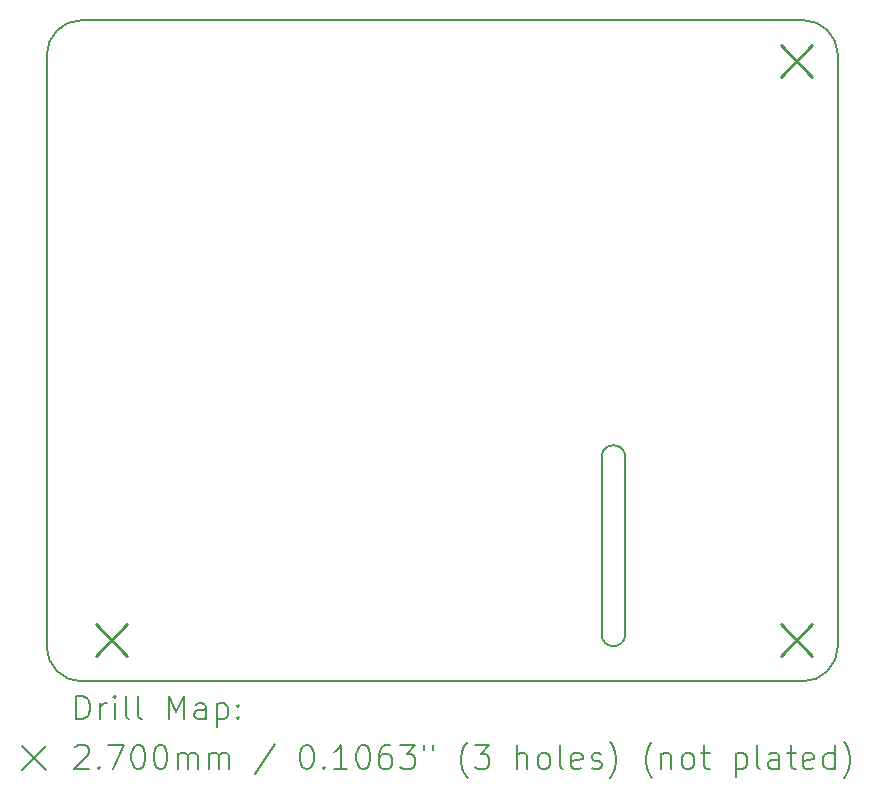
<source format=gbr>
%TF.GenerationSoftware,KiCad,Pcbnew,9.0.2*%
%TF.CreationDate,2025-10-25T21:33:29-05:00*%
%TF.ProjectId,telescope_driver,74656c65-7363-46f7-9065-5f6472697665,rev?*%
%TF.SameCoordinates,Original*%
%TF.FileFunction,Drillmap*%
%TF.FilePolarity,Positive*%
%FSLAX45Y45*%
G04 Gerber Fmt 4.5, Leading zero omitted, Abs format (unit mm)*
G04 Created by KiCad (PCBNEW 9.0.2) date 2025-10-25 21:33:29*
%MOMM*%
%LPD*%
G01*
G04 APERTURE LIST*
%ADD10C,0.160000*%
%ADD11C,0.200000*%
%ADD12C,0.270000*%
G04 APERTURE END LIST*
D10*
X10100000Y-10000000D02*
G75*
G02*
X9800000Y-9700000I0J300000D01*
G01*
X9800000Y-4700000D02*
G75*
G02*
X10100000Y-4400000I300000J0D01*
G01*
X16199329Y-4400000D02*
G75*
G02*
X16500000Y-4694552I3541J-297120D01*
G01*
X16500000Y-9700000D02*
X16500000Y-4694552D01*
X10300000Y-4400000D02*
X10100000Y-4400000D01*
X14700000Y-8100000D02*
X14700000Y-9600000D01*
X14500000Y-9600000D02*
X14500000Y-8100000D01*
X10300000Y-10000000D02*
X16200000Y-10000000D01*
X10300000Y-10000000D02*
X10100000Y-10000000D01*
X14500000Y-8100000D02*
G75*
G02*
X14700000Y-8100000I100000J0D01*
G01*
X9800000Y-9700000D02*
X9800000Y-4700000D01*
X16500000Y-9700000D02*
G75*
G02*
X16200000Y-10000000I-300000J0D01*
G01*
X14700000Y-9600000D02*
G75*
G02*
X14500000Y-9600000I-100000J0D01*
G01*
X16199329Y-4400000D02*
X10300000Y-4400000D01*
D11*
D12*
X10215000Y-9515000D02*
X10485000Y-9785000D01*
X10485000Y-9515000D02*
X10215000Y-9785000D01*
X16015000Y-4615000D02*
X16285000Y-4885000D01*
X16285000Y-4615000D02*
X16015000Y-4885000D01*
X16015000Y-9515000D02*
X16285000Y-9785000D01*
X16285000Y-9515000D02*
X16015000Y-9785000D01*
D11*
X10052777Y-10319484D02*
X10052777Y-10119484D01*
X10052777Y-10119484D02*
X10100396Y-10119484D01*
X10100396Y-10119484D02*
X10128967Y-10129008D01*
X10128967Y-10129008D02*
X10148015Y-10148055D01*
X10148015Y-10148055D02*
X10157539Y-10167103D01*
X10157539Y-10167103D02*
X10167063Y-10205198D01*
X10167063Y-10205198D02*
X10167063Y-10233770D01*
X10167063Y-10233770D02*
X10157539Y-10271865D01*
X10157539Y-10271865D02*
X10148015Y-10290912D01*
X10148015Y-10290912D02*
X10128967Y-10309960D01*
X10128967Y-10309960D02*
X10100396Y-10319484D01*
X10100396Y-10319484D02*
X10052777Y-10319484D01*
X10252777Y-10319484D02*
X10252777Y-10186150D01*
X10252777Y-10224246D02*
X10262301Y-10205198D01*
X10262301Y-10205198D02*
X10271824Y-10195674D01*
X10271824Y-10195674D02*
X10290872Y-10186150D01*
X10290872Y-10186150D02*
X10309920Y-10186150D01*
X10376586Y-10319484D02*
X10376586Y-10186150D01*
X10376586Y-10119484D02*
X10367063Y-10129008D01*
X10367063Y-10129008D02*
X10376586Y-10138531D01*
X10376586Y-10138531D02*
X10386110Y-10129008D01*
X10386110Y-10129008D02*
X10376586Y-10119484D01*
X10376586Y-10119484D02*
X10376586Y-10138531D01*
X10500396Y-10319484D02*
X10481348Y-10309960D01*
X10481348Y-10309960D02*
X10471824Y-10290912D01*
X10471824Y-10290912D02*
X10471824Y-10119484D01*
X10605158Y-10319484D02*
X10586110Y-10309960D01*
X10586110Y-10309960D02*
X10576586Y-10290912D01*
X10576586Y-10290912D02*
X10576586Y-10119484D01*
X10833729Y-10319484D02*
X10833729Y-10119484D01*
X10833729Y-10119484D02*
X10900396Y-10262341D01*
X10900396Y-10262341D02*
X10967063Y-10119484D01*
X10967063Y-10119484D02*
X10967063Y-10319484D01*
X11148015Y-10319484D02*
X11148015Y-10214722D01*
X11148015Y-10214722D02*
X11138491Y-10195674D01*
X11138491Y-10195674D02*
X11119444Y-10186150D01*
X11119444Y-10186150D02*
X11081348Y-10186150D01*
X11081348Y-10186150D02*
X11062301Y-10195674D01*
X11148015Y-10309960D02*
X11128967Y-10319484D01*
X11128967Y-10319484D02*
X11081348Y-10319484D01*
X11081348Y-10319484D02*
X11062301Y-10309960D01*
X11062301Y-10309960D02*
X11052777Y-10290912D01*
X11052777Y-10290912D02*
X11052777Y-10271865D01*
X11052777Y-10271865D02*
X11062301Y-10252817D01*
X11062301Y-10252817D02*
X11081348Y-10243293D01*
X11081348Y-10243293D02*
X11128967Y-10243293D01*
X11128967Y-10243293D02*
X11148015Y-10233770D01*
X11243253Y-10186150D02*
X11243253Y-10386150D01*
X11243253Y-10195674D02*
X11262301Y-10186150D01*
X11262301Y-10186150D02*
X11300396Y-10186150D01*
X11300396Y-10186150D02*
X11319443Y-10195674D01*
X11319443Y-10195674D02*
X11328967Y-10205198D01*
X11328967Y-10205198D02*
X11338491Y-10224246D01*
X11338491Y-10224246D02*
X11338491Y-10281389D01*
X11338491Y-10281389D02*
X11328967Y-10300436D01*
X11328967Y-10300436D02*
X11319443Y-10309960D01*
X11319443Y-10309960D02*
X11300396Y-10319484D01*
X11300396Y-10319484D02*
X11262301Y-10319484D01*
X11262301Y-10319484D02*
X11243253Y-10309960D01*
X11424205Y-10300436D02*
X11433729Y-10309960D01*
X11433729Y-10309960D02*
X11424205Y-10319484D01*
X11424205Y-10319484D02*
X11414682Y-10309960D01*
X11414682Y-10309960D02*
X11424205Y-10300436D01*
X11424205Y-10300436D02*
X11424205Y-10319484D01*
X11424205Y-10195674D02*
X11433729Y-10205198D01*
X11433729Y-10205198D02*
X11424205Y-10214722D01*
X11424205Y-10214722D02*
X11414682Y-10205198D01*
X11414682Y-10205198D02*
X11424205Y-10195674D01*
X11424205Y-10195674D02*
X11424205Y-10214722D01*
X9592000Y-10548000D02*
X9792000Y-10748000D01*
X9792000Y-10548000D02*
X9592000Y-10748000D01*
X10043253Y-10558531D02*
X10052777Y-10549008D01*
X10052777Y-10549008D02*
X10071824Y-10539484D01*
X10071824Y-10539484D02*
X10119444Y-10539484D01*
X10119444Y-10539484D02*
X10138491Y-10549008D01*
X10138491Y-10549008D02*
X10148015Y-10558531D01*
X10148015Y-10558531D02*
X10157539Y-10577579D01*
X10157539Y-10577579D02*
X10157539Y-10596627D01*
X10157539Y-10596627D02*
X10148015Y-10625198D01*
X10148015Y-10625198D02*
X10033729Y-10739484D01*
X10033729Y-10739484D02*
X10157539Y-10739484D01*
X10243253Y-10720436D02*
X10252777Y-10729960D01*
X10252777Y-10729960D02*
X10243253Y-10739484D01*
X10243253Y-10739484D02*
X10233729Y-10729960D01*
X10233729Y-10729960D02*
X10243253Y-10720436D01*
X10243253Y-10720436D02*
X10243253Y-10739484D01*
X10319444Y-10539484D02*
X10452777Y-10539484D01*
X10452777Y-10539484D02*
X10367063Y-10739484D01*
X10567063Y-10539484D02*
X10586110Y-10539484D01*
X10586110Y-10539484D02*
X10605158Y-10549008D01*
X10605158Y-10549008D02*
X10614682Y-10558531D01*
X10614682Y-10558531D02*
X10624205Y-10577579D01*
X10624205Y-10577579D02*
X10633729Y-10615674D01*
X10633729Y-10615674D02*
X10633729Y-10663293D01*
X10633729Y-10663293D02*
X10624205Y-10701389D01*
X10624205Y-10701389D02*
X10614682Y-10720436D01*
X10614682Y-10720436D02*
X10605158Y-10729960D01*
X10605158Y-10729960D02*
X10586110Y-10739484D01*
X10586110Y-10739484D02*
X10567063Y-10739484D01*
X10567063Y-10739484D02*
X10548015Y-10729960D01*
X10548015Y-10729960D02*
X10538491Y-10720436D01*
X10538491Y-10720436D02*
X10528967Y-10701389D01*
X10528967Y-10701389D02*
X10519444Y-10663293D01*
X10519444Y-10663293D02*
X10519444Y-10615674D01*
X10519444Y-10615674D02*
X10528967Y-10577579D01*
X10528967Y-10577579D02*
X10538491Y-10558531D01*
X10538491Y-10558531D02*
X10548015Y-10549008D01*
X10548015Y-10549008D02*
X10567063Y-10539484D01*
X10757539Y-10539484D02*
X10776586Y-10539484D01*
X10776586Y-10539484D02*
X10795634Y-10549008D01*
X10795634Y-10549008D02*
X10805158Y-10558531D01*
X10805158Y-10558531D02*
X10814682Y-10577579D01*
X10814682Y-10577579D02*
X10824205Y-10615674D01*
X10824205Y-10615674D02*
X10824205Y-10663293D01*
X10824205Y-10663293D02*
X10814682Y-10701389D01*
X10814682Y-10701389D02*
X10805158Y-10720436D01*
X10805158Y-10720436D02*
X10795634Y-10729960D01*
X10795634Y-10729960D02*
X10776586Y-10739484D01*
X10776586Y-10739484D02*
X10757539Y-10739484D01*
X10757539Y-10739484D02*
X10738491Y-10729960D01*
X10738491Y-10729960D02*
X10728967Y-10720436D01*
X10728967Y-10720436D02*
X10719444Y-10701389D01*
X10719444Y-10701389D02*
X10709920Y-10663293D01*
X10709920Y-10663293D02*
X10709920Y-10615674D01*
X10709920Y-10615674D02*
X10719444Y-10577579D01*
X10719444Y-10577579D02*
X10728967Y-10558531D01*
X10728967Y-10558531D02*
X10738491Y-10549008D01*
X10738491Y-10549008D02*
X10757539Y-10539484D01*
X10909920Y-10739484D02*
X10909920Y-10606150D01*
X10909920Y-10625198D02*
X10919444Y-10615674D01*
X10919444Y-10615674D02*
X10938491Y-10606150D01*
X10938491Y-10606150D02*
X10967063Y-10606150D01*
X10967063Y-10606150D02*
X10986110Y-10615674D01*
X10986110Y-10615674D02*
X10995634Y-10634722D01*
X10995634Y-10634722D02*
X10995634Y-10739484D01*
X10995634Y-10634722D02*
X11005158Y-10615674D01*
X11005158Y-10615674D02*
X11024205Y-10606150D01*
X11024205Y-10606150D02*
X11052777Y-10606150D01*
X11052777Y-10606150D02*
X11071825Y-10615674D01*
X11071825Y-10615674D02*
X11081348Y-10634722D01*
X11081348Y-10634722D02*
X11081348Y-10739484D01*
X11176586Y-10739484D02*
X11176586Y-10606150D01*
X11176586Y-10625198D02*
X11186110Y-10615674D01*
X11186110Y-10615674D02*
X11205158Y-10606150D01*
X11205158Y-10606150D02*
X11233729Y-10606150D01*
X11233729Y-10606150D02*
X11252777Y-10615674D01*
X11252777Y-10615674D02*
X11262301Y-10634722D01*
X11262301Y-10634722D02*
X11262301Y-10739484D01*
X11262301Y-10634722D02*
X11271824Y-10615674D01*
X11271824Y-10615674D02*
X11290872Y-10606150D01*
X11290872Y-10606150D02*
X11319443Y-10606150D01*
X11319443Y-10606150D02*
X11338491Y-10615674D01*
X11338491Y-10615674D02*
X11348015Y-10634722D01*
X11348015Y-10634722D02*
X11348015Y-10739484D01*
X11738491Y-10529960D02*
X11567063Y-10787103D01*
X11995634Y-10539484D02*
X12014682Y-10539484D01*
X12014682Y-10539484D02*
X12033729Y-10549008D01*
X12033729Y-10549008D02*
X12043253Y-10558531D01*
X12043253Y-10558531D02*
X12052777Y-10577579D01*
X12052777Y-10577579D02*
X12062301Y-10615674D01*
X12062301Y-10615674D02*
X12062301Y-10663293D01*
X12062301Y-10663293D02*
X12052777Y-10701389D01*
X12052777Y-10701389D02*
X12043253Y-10720436D01*
X12043253Y-10720436D02*
X12033729Y-10729960D01*
X12033729Y-10729960D02*
X12014682Y-10739484D01*
X12014682Y-10739484D02*
X11995634Y-10739484D01*
X11995634Y-10739484D02*
X11976586Y-10729960D01*
X11976586Y-10729960D02*
X11967063Y-10720436D01*
X11967063Y-10720436D02*
X11957539Y-10701389D01*
X11957539Y-10701389D02*
X11948015Y-10663293D01*
X11948015Y-10663293D02*
X11948015Y-10615674D01*
X11948015Y-10615674D02*
X11957539Y-10577579D01*
X11957539Y-10577579D02*
X11967063Y-10558531D01*
X11967063Y-10558531D02*
X11976586Y-10549008D01*
X11976586Y-10549008D02*
X11995634Y-10539484D01*
X12148015Y-10720436D02*
X12157539Y-10729960D01*
X12157539Y-10729960D02*
X12148015Y-10739484D01*
X12148015Y-10739484D02*
X12138491Y-10729960D01*
X12138491Y-10729960D02*
X12148015Y-10720436D01*
X12148015Y-10720436D02*
X12148015Y-10739484D01*
X12348015Y-10739484D02*
X12233729Y-10739484D01*
X12290872Y-10739484D02*
X12290872Y-10539484D01*
X12290872Y-10539484D02*
X12271825Y-10568055D01*
X12271825Y-10568055D02*
X12252777Y-10587103D01*
X12252777Y-10587103D02*
X12233729Y-10596627D01*
X12471825Y-10539484D02*
X12490872Y-10539484D01*
X12490872Y-10539484D02*
X12509920Y-10549008D01*
X12509920Y-10549008D02*
X12519444Y-10558531D01*
X12519444Y-10558531D02*
X12528967Y-10577579D01*
X12528967Y-10577579D02*
X12538491Y-10615674D01*
X12538491Y-10615674D02*
X12538491Y-10663293D01*
X12538491Y-10663293D02*
X12528967Y-10701389D01*
X12528967Y-10701389D02*
X12519444Y-10720436D01*
X12519444Y-10720436D02*
X12509920Y-10729960D01*
X12509920Y-10729960D02*
X12490872Y-10739484D01*
X12490872Y-10739484D02*
X12471825Y-10739484D01*
X12471825Y-10739484D02*
X12452777Y-10729960D01*
X12452777Y-10729960D02*
X12443253Y-10720436D01*
X12443253Y-10720436D02*
X12433729Y-10701389D01*
X12433729Y-10701389D02*
X12424206Y-10663293D01*
X12424206Y-10663293D02*
X12424206Y-10615674D01*
X12424206Y-10615674D02*
X12433729Y-10577579D01*
X12433729Y-10577579D02*
X12443253Y-10558531D01*
X12443253Y-10558531D02*
X12452777Y-10549008D01*
X12452777Y-10549008D02*
X12471825Y-10539484D01*
X12709920Y-10539484D02*
X12671825Y-10539484D01*
X12671825Y-10539484D02*
X12652777Y-10549008D01*
X12652777Y-10549008D02*
X12643253Y-10558531D01*
X12643253Y-10558531D02*
X12624206Y-10587103D01*
X12624206Y-10587103D02*
X12614682Y-10625198D01*
X12614682Y-10625198D02*
X12614682Y-10701389D01*
X12614682Y-10701389D02*
X12624206Y-10720436D01*
X12624206Y-10720436D02*
X12633729Y-10729960D01*
X12633729Y-10729960D02*
X12652777Y-10739484D01*
X12652777Y-10739484D02*
X12690872Y-10739484D01*
X12690872Y-10739484D02*
X12709920Y-10729960D01*
X12709920Y-10729960D02*
X12719444Y-10720436D01*
X12719444Y-10720436D02*
X12728967Y-10701389D01*
X12728967Y-10701389D02*
X12728967Y-10653770D01*
X12728967Y-10653770D02*
X12719444Y-10634722D01*
X12719444Y-10634722D02*
X12709920Y-10625198D01*
X12709920Y-10625198D02*
X12690872Y-10615674D01*
X12690872Y-10615674D02*
X12652777Y-10615674D01*
X12652777Y-10615674D02*
X12633729Y-10625198D01*
X12633729Y-10625198D02*
X12624206Y-10634722D01*
X12624206Y-10634722D02*
X12614682Y-10653770D01*
X12795634Y-10539484D02*
X12919444Y-10539484D01*
X12919444Y-10539484D02*
X12852777Y-10615674D01*
X12852777Y-10615674D02*
X12881348Y-10615674D01*
X12881348Y-10615674D02*
X12900396Y-10625198D01*
X12900396Y-10625198D02*
X12909920Y-10634722D01*
X12909920Y-10634722D02*
X12919444Y-10653770D01*
X12919444Y-10653770D02*
X12919444Y-10701389D01*
X12919444Y-10701389D02*
X12909920Y-10720436D01*
X12909920Y-10720436D02*
X12900396Y-10729960D01*
X12900396Y-10729960D02*
X12881348Y-10739484D01*
X12881348Y-10739484D02*
X12824206Y-10739484D01*
X12824206Y-10739484D02*
X12805158Y-10729960D01*
X12805158Y-10729960D02*
X12795634Y-10720436D01*
X12995634Y-10539484D02*
X12995634Y-10577579D01*
X13071825Y-10539484D02*
X13071825Y-10577579D01*
X13367063Y-10815674D02*
X13357539Y-10806150D01*
X13357539Y-10806150D02*
X13338491Y-10777579D01*
X13338491Y-10777579D02*
X13328968Y-10758531D01*
X13328968Y-10758531D02*
X13319444Y-10729960D01*
X13319444Y-10729960D02*
X13309920Y-10682341D01*
X13309920Y-10682341D02*
X13309920Y-10644246D01*
X13309920Y-10644246D02*
X13319444Y-10596627D01*
X13319444Y-10596627D02*
X13328968Y-10568055D01*
X13328968Y-10568055D02*
X13338491Y-10549008D01*
X13338491Y-10549008D02*
X13357539Y-10520436D01*
X13357539Y-10520436D02*
X13367063Y-10510912D01*
X13424206Y-10539484D02*
X13548015Y-10539484D01*
X13548015Y-10539484D02*
X13481348Y-10615674D01*
X13481348Y-10615674D02*
X13509920Y-10615674D01*
X13509920Y-10615674D02*
X13528968Y-10625198D01*
X13528968Y-10625198D02*
X13538491Y-10634722D01*
X13538491Y-10634722D02*
X13548015Y-10653770D01*
X13548015Y-10653770D02*
X13548015Y-10701389D01*
X13548015Y-10701389D02*
X13538491Y-10720436D01*
X13538491Y-10720436D02*
X13528968Y-10729960D01*
X13528968Y-10729960D02*
X13509920Y-10739484D01*
X13509920Y-10739484D02*
X13452777Y-10739484D01*
X13452777Y-10739484D02*
X13433729Y-10729960D01*
X13433729Y-10729960D02*
X13424206Y-10720436D01*
X13786110Y-10739484D02*
X13786110Y-10539484D01*
X13871825Y-10739484D02*
X13871825Y-10634722D01*
X13871825Y-10634722D02*
X13862301Y-10615674D01*
X13862301Y-10615674D02*
X13843253Y-10606150D01*
X13843253Y-10606150D02*
X13814682Y-10606150D01*
X13814682Y-10606150D02*
X13795634Y-10615674D01*
X13795634Y-10615674D02*
X13786110Y-10625198D01*
X13995634Y-10739484D02*
X13976587Y-10729960D01*
X13976587Y-10729960D02*
X13967063Y-10720436D01*
X13967063Y-10720436D02*
X13957539Y-10701389D01*
X13957539Y-10701389D02*
X13957539Y-10644246D01*
X13957539Y-10644246D02*
X13967063Y-10625198D01*
X13967063Y-10625198D02*
X13976587Y-10615674D01*
X13976587Y-10615674D02*
X13995634Y-10606150D01*
X13995634Y-10606150D02*
X14024206Y-10606150D01*
X14024206Y-10606150D02*
X14043253Y-10615674D01*
X14043253Y-10615674D02*
X14052777Y-10625198D01*
X14052777Y-10625198D02*
X14062301Y-10644246D01*
X14062301Y-10644246D02*
X14062301Y-10701389D01*
X14062301Y-10701389D02*
X14052777Y-10720436D01*
X14052777Y-10720436D02*
X14043253Y-10729960D01*
X14043253Y-10729960D02*
X14024206Y-10739484D01*
X14024206Y-10739484D02*
X13995634Y-10739484D01*
X14176587Y-10739484D02*
X14157539Y-10729960D01*
X14157539Y-10729960D02*
X14148015Y-10710912D01*
X14148015Y-10710912D02*
X14148015Y-10539484D01*
X14328968Y-10729960D02*
X14309920Y-10739484D01*
X14309920Y-10739484D02*
X14271825Y-10739484D01*
X14271825Y-10739484D02*
X14252777Y-10729960D01*
X14252777Y-10729960D02*
X14243253Y-10710912D01*
X14243253Y-10710912D02*
X14243253Y-10634722D01*
X14243253Y-10634722D02*
X14252777Y-10615674D01*
X14252777Y-10615674D02*
X14271825Y-10606150D01*
X14271825Y-10606150D02*
X14309920Y-10606150D01*
X14309920Y-10606150D02*
X14328968Y-10615674D01*
X14328968Y-10615674D02*
X14338491Y-10634722D01*
X14338491Y-10634722D02*
X14338491Y-10653770D01*
X14338491Y-10653770D02*
X14243253Y-10672817D01*
X14414682Y-10729960D02*
X14433730Y-10739484D01*
X14433730Y-10739484D02*
X14471825Y-10739484D01*
X14471825Y-10739484D02*
X14490872Y-10729960D01*
X14490872Y-10729960D02*
X14500396Y-10710912D01*
X14500396Y-10710912D02*
X14500396Y-10701389D01*
X14500396Y-10701389D02*
X14490872Y-10682341D01*
X14490872Y-10682341D02*
X14471825Y-10672817D01*
X14471825Y-10672817D02*
X14443253Y-10672817D01*
X14443253Y-10672817D02*
X14424206Y-10663293D01*
X14424206Y-10663293D02*
X14414682Y-10644246D01*
X14414682Y-10644246D02*
X14414682Y-10634722D01*
X14414682Y-10634722D02*
X14424206Y-10615674D01*
X14424206Y-10615674D02*
X14443253Y-10606150D01*
X14443253Y-10606150D02*
X14471825Y-10606150D01*
X14471825Y-10606150D02*
X14490872Y-10615674D01*
X14567063Y-10815674D02*
X14576587Y-10806150D01*
X14576587Y-10806150D02*
X14595634Y-10777579D01*
X14595634Y-10777579D02*
X14605158Y-10758531D01*
X14605158Y-10758531D02*
X14614682Y-10729960D01*
X14614682Y-10729960D02*
X14624206Y-10682341D01*
X14624206Y-10682341D02*
X14624206Y-10644246D01*
X14624206Y-10644246D02*
X14614682Y-10596627D01*
X14614682Y-10596627D02*
X14605158Y-10568055D01*
X14605158Y-10568055D02*
X14595634Y-10549008D01*
X14595634Y-10549008D02*
X14576587Y-10520436D01*
X14576587Y-10520436D02*
X14567063Y-10510912D01*
X14928968Y-10815674D02*
X14919444Y-10806150D01*
X14919444Y-10806150D02*
X14900396Y-10777579D01*
X14900396Y-10777579D02*
X14890872Y-10758531D01*
X14890872Y-10758531D02*
X14881349Y-10729960D01*
X14881349Y-10729960D02*
X14871825Y-10682341D01*
X14871825Y-10682341D02*
X14871825Y-10644246D01*
X14871825Y-10644246D02*
X14881349Y-10596627D01*
X14881349Y-10596627D02*
X14890872Y-10568055D01*
X14890872Y-10568055D02*
X14900396Y-10549008D01*
X14900396Y-10549008D02*
X14919444Y-10520436D01*
X14919444Y-10520436D02*
X14928968Y-10510912D01*
X15005158Y-10606150D02*
X15005158Y-10739484D01*
X15005158Y-10625198D02*
X15014682Y-10615674D01*
X15014682Y-10615674D02*
X15033730Y-10606150D01*
X15033730Y-10606150D02*
X15062301Y-10606150D01*
X15062301Y-10606150D02*
X15081349Y-10615674D01*
X15081349Y-10615674D02*
X15090872Y-10634722D01*
X15090872Y-10634722D02*
X15090872Y-10739484D01*
X15214682Y-10739484D02*
X15195634Y-10729960D01*
X15195634Y-10729960D02*
X15186111Y-10720436D01*
X15186111Y-10720436D02*
X15176587Y-10701389D01*
X15176587Y-10701389D02*
X15176587Y-10644246D01*
X15176587Y-10644246D02*
X15186111Y-10625198D01*
X15186111Y-10625198D02*
X15195634Y-10615674D01*
X15195634Y-10615674D02*
X15214682Y-10606150D01*
X15214682Y-10606150D02*
X15243253Y-10606150D01*
X15243253Y-10606150D02*
X15262301Y-10615674D01*
X15262301Y-10615674D02*
X15271825Y-10625198D01*
X15271825Y-10625198D02*
X15281349Y-10644246D01*
X15281349Y-10644246D02*
X15281349Y-10701389D01*
X15281349Y-10701389D02*
X15271825Y-10720436D01*
X15271825Y-10720436D02*
X15262301Y-10729960D01*
X15262301Y-10729960D02*
X15243253Y-10739484D01*
X15243253Y-10739484D02*
X15214682Y-10739484D01*
X15338492Y-10606150D02*
X15414682Y-10606150D01*
X15367063Y-10539484D02*
X15367063Y-10710912D01*
X15367063Y-10710912D02*
X15376587Y-10729960D01*
X15376587Y-10729960D02*
X15395634Y-10739484D01*
X15395634Y-10739484D02*
X15414682Y-10739484D01*
X15633730Y-10606150D02*
X15633730Y-10806150D01*
X15633730Y-10615674D02*
X15652777Y-10606150D01*
X15652777Y-10606150D02*
X15690873Y-10606150D01*
X15690873Y-10606150D02*
X15709920Y-10615674D01*
X15709920Y-10615674D02*
X15719444Y-10625198D01*
X15719444Y-10625198D02*
X15728968Y-10644246D01*
X15728968Y-10644246D02*
X15728968Y-10701389D01*
X15728968Y-10701389D02*
X15719444Y-10720436D01*
X15719444Y-10720436D02*
X15709920Y-10729960D01*
X15709920Y-10729960D02*
X15690873Y-10739484D01*
X15690873Y-10739484D02*
X15652777Y-10739484D01*
X15652777Y-10739484D02*
X15633730Y-10729960D01*
X15843253Y-10739484D02*
X15824206Y-10729960D01*
X15824206Y-10729960D02*
X15814682Y-10710912D01*
X15814682Y-10710912D02*
X15814682Y-10539484D01*
X16005158Y-10739484D02*
X16005158Y-10634722D01*
X16005158Y-10634722D02*
X15995634Y-10615674D01*
X15995634Y-10615674D02*
X15976587Y-10606150D01*
X15976587Y-10606150D02*
X15938492Y-10606150D01*
X15938492Y-10606150D02*
X15919444Y-10615674D01*
X16005158Y-10729960D02*
X15986111Y-10739484D01*
X15986111Y-10739484D02*
X15938492Y-10739484D01*
X15938492Y-10739484D02*
X15919444Y-10729960D01*
X15919444Y-10729960D02*
X15909920Y-10710912D01*
X15909920Y-10710912D02*
X15909920Y-10691865D01*
X15909920Y-10691865D02*
X15919444Y-10672817D01*
X15919444Y-10672817D02*
X15938492Y-10663293D01*
X15938492Y-10663293D02*
X15986111Y-10663293D01*
X15986111Y-10663293D02*
X16005158Y-10653770D01*
X16071825Y-10606150D02*
X16148015Y-10606150D01*
X16100396Y-10539484D02*
X16100396Y-10710912D01*
X16100396Y-10710912D02*
X16109920Y-10729960D01*
X16109920Y-10729960D02*
X16128968Y-10739484D01*
X16128968Y-10739484D02*
X16148015Y-10739484D01*
X16290873Y-10729960D02*
X16271825Y-10739484D01*
X16271825Y-10739484D02*
X16233730Y-10739484D01*
X16233730Y-10739484D02*
X16214682Y-10729960D01*
X16214682Y-10729960D02*
X16205158Y-10710912D01*
X16205158Y-10710912D02*
X16205158Y-10634722D01*
X16205158Y-10634722D02*
X16214682Y-10615674D01*
X16214682Y-10615674D02*
X16233730Y-10606150D01*
X16233730Y-10606150D02*
X16271825Y-10606150D01*
X16271825Y-10606150D02*
X16290873Y-10615674D01*
X16290873Y-10615674D02*
X16300396Y-10634722D01*
X16300396Y-10634722D02*
X16300396Y-10653770D01*
X16300396Y-10653770D02*
X16205158Y-10672817D01*
X16471825Y-10739484D02*
X16471825Y-10539484D01*
X16471825Y-10729960D02*
X16452777Y-10739484D01*
X16452777Y-10739484D02*
X16414682Y-10739484D01*
X16414682Y-10739484D02*
X16395634Y-10729960D01*
X16395634Y-10729960D02*
X16386111Y-10720436D01*
X16386111Y-10720436D02*
X16376587Y-10701389D01*
X16376587Y-10701389D02*
X16376587Y-10644246D01*
X16376587Y-10644246D02*
X16386111Y-10625198D01*
X16386111Y-10625198D02*
X16395634Y-10615674D01*
X16395634Y-10615674D02*
X16414682Y-10606150D01*
X16414682Y-10606150D02*
X16452777Y-10606150D01*
X16452777Y-10606150D02*
X16471825Y-10615674D01*
X16548015Y-10815674D02*
X16557539Y-10806150D01*
X16557539Y-10806150D02*
X16576587Y-10777579D01*
X16576587Y-10777579D02*
X16586111Y-10758531D01*
X16586111Y-10758531D02*
X16595634Y-10729960D01*
X16595634Y-10729960D02*
X16605158Y-10682341D01*
X16605158Y-10682341D02*
X16605158Y-10644246D01*
X16605158Y-10644246D02*
X16595634Y-10596627D01*
X16595634Y-10596627D02*
X16586111Y-10568055D01*
X16586111Y-10568055D02*
X16576587Y-10549008D01*
X16576587Y-10549008D02*
X16557539Y-10520436D01*
X16557539Y-10520436D02*
X16548015Y-10510912D01*
M02*

</source>
